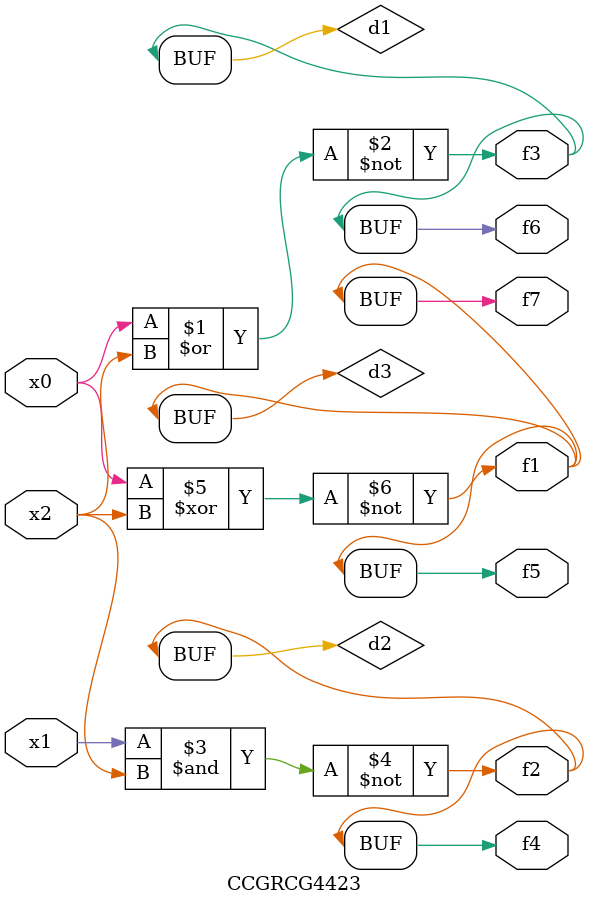
<source format=v>
module CCGRCG4423(
	input x0, x1, x2,
	output f1, f2, f3, f4, f5, f6, f7
);

	wire d1, d2, d3;

	nor (d1, x0, x2);
	nand (d2, x1, x2);
	xnor (d3, x0, x2);
	assign f1 = d3;
	assign f2 = d2;
	assign f3 = d1;
	assign f4 = d2;
	assign f5 = d3;
	assign f6 = d1;
	assign f7 = d3;
endmodule

</source>
